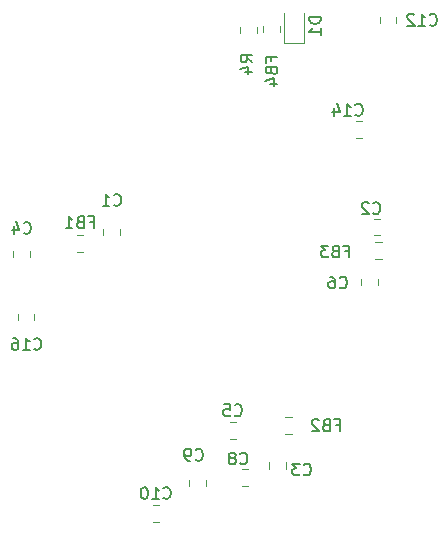
<source format=gbr>
G04 #@! TF.GenerationSoftware,KiCad,Pcbnew,(5.1.5)-3*
G04 #@! TF.CreationDate,2020-05-10T15:52:49-07:00*
G04 #@! TF.ProjectId,april_proj,61707269-6c5f-4707-926f-6a2e6b696361,rev?*
G04 #@! TF.SameCoordinates,Original*
G04 #@! TF.FileFunction,Legend,Bot*
G04 #@! TF.FilePolarity,Positive*
%FSLAX46Y46*%
G04 Gerber Fmt 4.6, Leading zero omitted, Abs format (unit mm)*
G04 Created by KiCad (PCBNEW (5.1.5)-3) date 2020-05-10 15:52:49*
%MOMM*%
%LPD*%
G04 APERTURE LIST*
%ADD10C,0.120000*%
%ADD11C,0.150000*%
G04 APERTURE END LIST*
D10*
X39790000Y-56608578D02*
X39790000Y-56091422D01*
X41210000Y-56608578D02*
X41210000Y-56091422D01*
X51758578Y-73685000D02*
X51241422Y-73685000D01*
X51758578Y-72265000D02*
X51241422Y-72265000D01*
X64025000Y-33200000D02*
X64025000Y-30650000D01*
X62325000Y-33200000D02*
X62325000Y-30650000D01*
X64025000Y-33200000D02*
X62325000Y-33200000D01*
X70440000Y-30978922D02*
X70440000Y-31496078D01*
X71860000Y-30978922D02*
X71860000Y-31496078D01*
X47040000Y-49446078D02*
X47040000Y-48928922D01*
X48460000Y-49446078D02*
X48460000Y-48928922D01*
X70496078Y-49460000D02*
X69978922Y-49460000D01*
X70496078Y-48040000D02*
X69978922Y-48040000D01*
X62478922Y-64840000D02*
X62996078Y-64840000D01*
X62478922Y-66260000D02*
X62996078Y-66260000D01*
X40810000Y-50791422D02*
X40810000Y-51308578D01*
X39390000Y-50791422D02*
X39390000Y-51308578D01*
X58270405Y-65246066D02*
X57753249Y-65246066D01*
X58270405Y-66666066D02*
X57753249Y-66666066D01*
X70310000Y-53141422D02*
X70310000Y-53658578D01*
X68890000Y-53141422D02*
X68890000Y-53658578D01*
X59282905Y-69240000D02*
X58765749Y-69240000D01*
X59282905Y-70660000D02*
X58765749Y-70660000D01*
X54315000Y-70696078D02*
X54315000Y-70178922D01*
X55735000Y-70696078D02*
X55735000Y-70178922D01*
X68983578Y-39800000D02*
X68466422Y-39800000D01*
X68983578Y-41220000D02*
X68466422Y-41220000D01*
X44828922Y-49415000D02*
X45346078Y-49415000D01*
X44828922Y-50835000D02*
X45346078Y-50835000D01*
X61115000Y-68678922D02*
X61115000Y-69196078D01*
X62535000Y-68678922D02*
X62535000Y-69196078D01*
X70608578Y-51460000D02*
X70091422Y-51460000D01*
X70608578Y-50040000D02*
X70091422Y-50040000D01*
X61985000Y-31728922D02*
X61985000Y-32246078D01*
X60565000Y-31728922D02*
X60565000Y-32246078D01*
X60035000Y-32311252D02*
X60035000Y-31788748D01*
X58615000Y-32311252D02*
X58615000Y-31788748D01*
D11*
X41192857Y-59057142D02*
X41240476Y-59104761D01*
X41383333Y-59152380D01*
X41478571Y-59152380D01*
X41621428Y-59104761D01*
X41716666Y-59009523D01*
X41764285Y-58914285D01*
X41811904Y-58723809D01*
X41811904Y-58580952D01*
X41764285Y-58390476D01*
X41716666Y-58295238D01*
X41621428Y-58200000D01*
X41478571Y-58152380D01*
X41383333Y-58152380D01*
X41240476Y-58200000D01*
X41192857Y-58247619D01*
X40240476Y-59152380D02*
X40811904Y-59152380D01*
X40526190Y-59152380D02*
X40526190Y-58152380D01*
X40621428Y-58295238D01*
X40716666Y-58390476D01*
X40811904Y-58438095D01*
X39383333Y-58152380D02*
X39573809Y-58152380D01*
X39669047Y-58200000D01*
X39716666Y-58247619D01*
X39811904Y-58390476D01*
X39859523Y-58580952D01*
X39859523Y-58961904D01*
X39811904Y-59057142D01*
X39764285Y-59104761D01*
X39669047Y-59152380D01*
X39478571Y-59152380D01*
X39383333Y-59104761D01*
X39335714Y-59057142D01*
X39288095Y-58961904D01*
X39288095Y-58723809D01*
X39335714Y-58628571D01*
X39383333Y-58580952D01*
X39478571Y-58533333D01*
X39669047Y-58533333D01*
X39764285Y-58580952D01*
X39811904Y-58628571D01*
X39859523Y-58723809D01*
X52142857Y-71682142D02*
X52190476Y-71729761D01*
X52333333Y-71777380D01*
X52428571Y-71777380D01*
X52571428Y-71729761D01*
X52666666Y-71634523D01*
X52714285Y-71539285D01*
X52761904Y-71348809D01*
X52761904Y-71205952D01*
X52714285Y-71015476D01*
X52666666Y-70920238D01*
X52571428Y-70825000D01*
X52428571Y-70777380D01*
X52333333Y-70777380D01*
X52190476Y-70825000D01*
X52142857Y-70872619D01*
X51190476Y-71777380D02*
X51761904Y-71777380D01*
X51476190Y-71777380D02*
X51476190Y-70777380D01*
X51571428Y-70920238D01*
X51666666Y-71015476D01*
X51761904Y-71063095D01*
X50571428Y-70777380D02*
X50476190Y-70777380D01*
X50380952Y-70825000D01*
X50333333Y-70872619D01*
X50285714Y-70967857D01*
X50238095Y-71158333D01*
X50238095Y-71396428D01*
X50285714Y-71586904D01*
X50333333Y-71682142D01*
X50380952Y-71729761D01*
X50476190Y-71777380D01*
X50571428Y-71777380D01*
X50666666Y-71729761D01*
X50714285Y-71682142D01*
X50761904Y-71586904D01*
X50809523Y-71396428D01*
X50809523Y-71158333D01*
X50761904Y-70967857D01*
X50714285Y-70872619D01*
X50666666Y-70825000D01*
X50571428Y-70777380D01*
X65477380Y-30961904D02*
X64477380Y-30961904D01*
X64477380Y-31200000D01*
X64525000Y-31342857D01*
X64620238Y-31438095D01*
X64715476Y-31485714D01*
X64905952Y-31533333D01*
X65048809Y-31533333D01*
X65239285Y-31485714D01*
X65334523Y-31438095D01*
X65429761Y-31342857D01*
X65477380Y-31200000D01*
X65477380Y-30961904D01*
X65477380Y-32485714D02*
X65477380Y-31914285D01*
X65477380Y-32200000D02*
X64477380Y-32200000D01*
X64620238Y-32104761D01*
X64715476Y-32009523D01*
X64763095Y-31914285D01*
X74692857Y-31607142D02*
X74740476Y-31654761D01*
X74883333Y-31702380D01*
X74978571Y-31702380D01*
X75121428Y-31654761D01*
X75216666Y-31559523D01*
X75264285Y-31464285D01*
X75311904Y-31273809D01*
X75311904Y-31130952D01*
X75264285Y-30940476D01*
X75216666Y-30845238D01*
X75121428Y-30750000D01*
X74978571Y-30702380D01*
X74883333Y-30702380D01*
X74740476Y-30750000D01*
X74692857Y-30797619D01*
X73740476Y-31702380D02*
X74311904Y-31702380D01*
X74026190Y-31702380D02*
X74026190Y-30702380D01*
X74121428Y-30845238D01*
X74216666Y-30940476D01*
X74311904Y-30988095D01*
X73359523Y-30797619D02*
X73311904Y-30750000D01*
X73216666Y-30702380D01*
X72978571Y-30702380D01*
X72883333Y-30750000D01*
X72835714Y-30797619D01*
X72788095Y-30892857D01*
X72788095Y-30988095D01*
X72835714Y-31130952D01*
X73407142Y-31702380D01*
X72788095Y-31702380D01*
X47941666Y-46857142D02*
X47989285Y-46904761D01*
X48132142Y-46952380D01*
X48227380Y-46952380D01*
X48370238Y-46904761D01*
X48465476Y-46809523D01*
X48513095Y-46714285D01*
X48560714Y-46523809D01*
X48560714Y-46380952D01*
X48513095Y-46190476D01*
X48465476Y-46095238D01*
X48370238Y-46000000D01*
X48227380Y-45952380D01*
X48132142Y-45952380D01*
X47989285Y-46000000D01*
X47941666Y-46047619D01*
X46989285Y-46952380D02*
X47560714Y-46952380D01*
X47275000Y-46952380D02*
X47275000Y-45952380D01*
X47370238Y-46095238D01*
X47465476Y-46190476D01*
X47560714Y-46238095D01*
X69891666Y-47557142D02*
X69939285Y-47604761D01*
X70082142Y-47652380D01*
X70177380Y-47652380D01*
X70320238Y-47604761D01*
X70415476Y-47509523D01*
X70463095Y-47414285D01*
X70510714Y-47223809D01*
X70510714Y-47080952D01*
X70463095Y-46890476D01*
X70415476Y-46795238D01*
X70320238Y-46700000D01*
X70177380Y-46652380D01*
X70082142Y-46652380D01*
X69939285Y-46700000D01*
X69891666Y-46747619D01*
X69510714Y-46747619D02*
X69463095Y-46700000D01*
X69367857Y-46652380D01*
X69129761Y-46652380D01*
X69034523Y-46700000D01*
X68986904Y-46747619D01*
X68939285Y-46842857D01*
X68939285Y-46938095D01*
X68986904Y-47080952D01*
X69558333Y-47652380D01*
X68939285Y-47652380D01*
X64016666Y-69682142D02*
X64064285Y-69729761D01*
X64207142Y-69777380D01*
X64302380Y-69777380D01*
X64445238Y-69729761D01*
X64540476Y-69634523D01*
X64588095Y-69539285D01*
X64635714Y-69348809D01*
X64635714Y-69205952D01*
X64588095Y-69015476D01*
X64540476Y-68920238D01*
X64445238Y-68825000D01*
X64302380Y-68777380D01*
X64207142Y-68777380D01*
X64064285Y-68825000D01*
X64016666Y-68872619D01*
X63683333Y-68777380D02*
X63064285Y-68777380D01*
X63397619Y-69158333D01*
X63254761Y-69158333D01*
X63159523Y-69205952D01*
X63111904Y-69253571D01*
X63064285Y-69348809D01*
X63064285Y-69586904D01*
X63111904Y-69682142D01*
X63159523Y-69729761D01*
X63254761Y-69777380D01*
X63540476Y-69777380D01*
X63635714Y-69729761D01*
X63683333Y-69682142D01*
X40316666Y-49232142D02*
X40364285Y-49279761D01*
X40507142Y-49327380D01*
X40602380Y-49327380D01*
X40745238Y-49279761D01*
X40840476Y-49184523D01*
X40888095Y-49089285D01*
X40935714Y-48898809D01*
X40935714Y-48755952D01*
X40888095Y-48565476D01*
X40840476Y-48470238D01*
X40745238Y-48375000D01*
X40602380Y-48327380D01*
X40507142Y-48327380D01*
X40364285Y-48375000D01*
X40316666Y-48422619D01*
X39459523Y-48660714D02*
X39459523Y-49327380D01*
X39697619Y-48279761D02*
X39935714Y-48994047D01*
X39316666Y-48994047D01*
X58178493Y-64663208D02*
X58226112Y-64710827D01*
X58368969Y-64758446D01*
X58464207Y-64758446D01*
X58607065Y-64710827D01*
X58702303Y-64615589D01*
X58749922Y-64520351D01*
X58797541Y-64329875D01*
X58797541Y-64187018D01*
X58749922Y-63996542D01*
X58702303Y-63901304D01*
X58607065Y-63806066D01*
X58464207Y-63758446D01*
X58368969Y-63758446D01*
X58226112Y-63806066D01*
X58178493Y-63853685D01*
X57273731Y-63758446D02*
X57749922Y-63758446D01*
X57797541Y-64234637D01*
X57749922Y-64187018D01*
X57654684Y-64139399D01*
X57416588Y-64139399D01*
X57321350Y-64187018D01*
X57273731Y-64234637D01*
X57226112Y-64329875D01*
X57226112Y-64567970D01*
X57273731Y-64663208D01*
X57321350Y-64710827D01*
X57416588Y-64758446D01*
X57654684Y-64758446D01*
X57749922Y-64710827D01*
X57797541Y-64663208D01*
X67066666Y-53857142D02*
X67114285Y-53904761D01*
X67257142Y-53952380D01*
X67352380Y-53952380D01*
X67495238Y-53904761D01*
X67590476Y-53809523D01*
X67638095Y-53714285D01*
X67685714Y-53523809D01*
X67685714Y-53380952D01*
X67638095Y-53190476D01*
X67590476Y-53095238D01*
X67495238Y-53000000D01*
X67352380Y-52952380D01*
X67257142Y-52952380D01*
X67114285Y-53000000D01*
X67066666Y-53047619D01*
X66209523Y-52952380D02*
X66400000Y-52952380D01*
X66495238Y-53000000D01*
X66542857Y-53047619D01*
X66638095Y-53190476D01*
X66685714Y-53380952D01*
X66685714Y-53761904D01*
X66638095Y-53857142D01*
X66590476Y-53904761D01*
X66495238Y-53952380D01*
X66304761Y-53952380D01*
X66209523Y-53904761D01*
X66161904Y-53857142D01*
X66114285Y-53761904D01*
X66114285Y-53523809D01*
X66161904Y-53428571D01*
X66209523Y-53380952D01*
X66304761Y-53333333D01*
X66495238Y-53333333D01*
X66590476Y-53380952D01*
X66638095Y-53428571D01*
X66685714Y-53523809D01*
X58641666Y-68757142D02*
X58689285Y-68804761D01*
X58832142Y-68852380D01*
X58927380Y-68852380D01*
X59070238Y-68804761D01*
X59165476Y-68709523D01*
X59213095Y-68614285D01*
X59260714Y-68423809D01*
X59260714Y-68280952D01*
X59213095Y-68090476D01*
X59165476Y-67995238D01*
X59070238Y-67900000D01*
X58927380Y-67852380D01*
X58832142Y-67852380D01*
X58689285Y-67900000D01*
X58641666Y-67947619D01*
X58070238Y-68280952D02*
X58165476Y-68233333D01*
X58213095Y-68185714D01*
X58260714Y-68090476D01*
X58260714Y-68042857D01*
X58213095Y-67947619D01*
X58165476Y-67900000D01*
X58070238Y-67852380D01*
X57879761Y-67852380D01*
X57784523Y-67900000D01*
X57736904Y-67947619D01*
X57689285Y-68042857D01*
X57689285Y-68090476D01*
X57736904Y-68185714D01*
X57784523Y-68233333D01*
X57879761Y-68280952D01*
X58070238Y-68280952D01*
X58165476Y-68328571D01*
X58213095Y-68376190D01*
X58260714Y-68471428D01*
X58260714Y-68661904D01*
X58213095Y-68757142D01*
X58165476Y-68804761D01*
X58070238Y-68852380D01*
X57879761Y-68852380D01*
X57784523Y-68804761D01*
X57736904Y-68757142D01*
X57689285Y-68661904D01*
X57689285Y-68471428D01*
X57736904Y-68376190D01*
X57784523Y-68328571D01*
X57879761Y-68280952D01*
X54866666Y-68432142D02*
X54914285Y-68479761D01*
X55057142Y-68527380D01*
X55152380Y-68527380D01*
X55295238Y-68479761D01*
X55390476Y-68384523D01*
X55438095Y-68289285D01*
X55485714Y-68098809D01*
X55485714Y-67955952D01*
X55438095Y-67765476D01*
X55390476Y-67670238D01*
X55295238Y-67575000D01*
X55152380Y-67527380D01*
X55057142Y-67527380D01*
X54914285Y-67575000D01*
X54866666Y-67622619D01*
X54390476Y-68527380D02*
X54200000Y-68527380D01*
X54104761Y-68479761D01*
X54057142Y-68432142D01*
X53961904Y-68289285D01*
X53914285Y-68098809D01*
X53914285Y-67717857D01*
X53961904Y-67622619D01*
X54009523Y-67575000D01*
X54104761Y-67527380D01*
X54295238Y-67527380D01*
X54390476Y-67575000D01*
X54438095Y-67622619D01*
X54485714Y-67717857D01*
X54485714Y-67955952D01*
X54438095Y-68051190D01*
X54390476Y-68098809D01*
X54295238Y-68146428D01*
X54104761Y-68146428D01*
X54009523Y-68098809D01*
X53961904Y-68051190D01*
X53914285Y-67955952D01*
X68392857Y-39232142D02*
X68440476Y-39279761D01*
X68583333Y-39327380D01*
X68678571Y-39327380D01*
X68821428Y-39279761D01*
X68916666Y-39184523D01*
X68964285Y-39089285D01*
X69011904Y-38898809D01*
X69011904Y-38755952D01*
X68964285Y-38565476D01*
X68916666Y-38470238D01*
X68821428Y-38375000D01*
X68678571Y-38327380D01*
X68583333Y-38327380D01*
X68440476Y-38375000D01*
X68392857Y-38422619D01*
X67440476Y-39327380D02*
X68011904Y-39327380D01*
X67726190Y-39327380D02*
X67726190Y-38327380D01*
X67821428Y-38470238D01*
X67916666Y-38565476D01*
X68011904Y-38613095D01*
X66583333Y-38660714D02*
X66583333Y-39327380D01*
X66821428Y-38279761D02*
X67059523Y-38994047D01*
X66440476Y-38994047D01*
X45920833Y-48303571D02*
X46254166Y-48303571D01*
X46254166Y-48827380D02*
X46254166Y-47827380D01*
X45777976Y-47827380D01*
X45063690Y-48303571D02*
X44920833Y-48351190D01*
X44873214Y-48398809D01*
X44825595Y-48494047D01*
X44825595Y-48636904D01*
X44873214Y-48732142D01*
X44920833Y-48779761D01*
X45016071Y-48827380D01*
X45397023Y-48827380D01*
X45397023Y-47827380D01*
X45063690Y-47827380D01*
X44968452Y-47875000D01*
X44920833Y-47922619D01*
X44873214Y-48017857D01*
X44873214Y-48113095D01*
X44920833Y-48208333D01*
X44968452Y-48255952D01*
X45063690Y-48303571D01*
X45397023Y-48303571D01*
X43873214Y-48827380D02*
X44444642Y-48827380D01*
X44158928Y-48827380D02*
X44158928Y-47827380D01*
X44254166Y-47970238D01*
X44349404Y-48065476D01*
X44444642Y-48113095D01*
X66758333Y-65503571D02*
X67091666Y-65503571D01*
X67091666Y-66027380D02*
X67091666Y-65027380D01*
X66615476Y-65027380D01*
X65901190Y-65503571D02*
X65758333Y-65551190D01*
X65710714Y-65598809D01*
X65663095Y-65694047D01*
X65663095Y-65836904D01*
X65710714Y-65932142D01*
X65758333Y-65979761D01*
X65853571Y-66027380D01*
X66234523Y-66027380D01*
X66234523Y-65027380D01*
X65901190Y-65027380D01*
X65805952Y-65075000D01*
X65758333Y-65122619D01*
X65710714Y-65217857D01*
X65710714Y-65313095D01*
X65758333Y-65408333D01*
X65805952Y-65455952D01*
X65901190Y-65503571D01*
X66234523Y-65503571D01*
X65282142Y-65122619D02*
X65234523Y-65075000D01*
X65139285Y-65027380D01*
X64901190Y-65027380D01*
X64805952Y-65075000D01*
X64758333Y-65122619D01*
X64710714Y-65217857D01*
X64710714Y-65313095D01*
X64758333Y-65455952D01*
X65329761Y-66027380D01*
X64710714Y-66027380D01*
X67533333Y-50803571D02*
X67866666Y-50803571D01*
X67866666Y-51327380D02*
X67866666Y-50327380D01*
X67390476Y-50327380D01*
X66676190Y-50803571D02*
X66533333Y-50851190D01*
X66485714Y-50898809D01*
X66438095Y-50994047D01*
X66438095Y-51136904D01*
X66485714Y-51232142D01*
X66533333Y-51279761D01*
X66628571Y-51327380D01*
X67009523Y-51327380D01*
X67009523Y-50327380D01*
X66676190Y-50327380D01*
X66580952Y-50375000D01*
X66533333Y-50422619D01*
X66485714Y-50517857D01*
X66485714Y-50613095D01*
X66533333Y-50708333D01*
X66580952Y-50755952D01*
X66676190Y-50803571D01*
X67009523Y-50803571D01*
X66104761Y-50327380D02*
X65485714Y-50327380D01*
X65819047Y-50708333D01*
X65676190Y-50708333D01*
X65580952Y-50755952D01*
X65533333Y-50803571D01*
X65485714Y-50898809D01*
X65485714Y-51136904D01*
X65533333Y-51232142D01*
X65580952Y-51279761D01*
X65676190Y-51327380D01*
X65961904Y-51327380D01*
X66057142Y-51279761D01*
X66104761Y-51232142D01*
X61278571Y-34691666D02*
X61278571Y-34358333D01*
X61802380Y-34358333D02*
X60802380Y-34358333D01*
X60802380Y-34834523D01*
X61278571Y-35548809D02*
X61326190Y-35691666D01*
X61373809Y-35739285D01*
X61469047Y-35786904D01*
X61611904Y-35786904D01*
X61707142Y-35739285D01*
X61754761Y-35691666D01*
X61802380Y-35596428D01*
X61802380Y-35215476D01*
X60802380Y-35215476D01*
X60802380Y-35548809D01*
X60850000Y-35644047D01*
X60897619Y-35691666D01*
X60992857Y-35739285D01*
X61088095Y-35739285D01*
X61183333Y-35691666D01*
X61230952Y-35644047D01*
X61278571Y-35548809D01*
X61278571Y-35215476D01*
X61135714Y-36644047D02*
X61802380Y-36644047D01*
X60754761Y-36405952D02*
X61469047Y-36167857D01*
X61469047Y-36786904D01*
X59677380Y-34783333D02*
X59201190Y-34450000D01*
X59677380Y-34211904D02*
X58677380Y-34211904D01*
X58677380Y-34592857D01*
X58725000Y-34688095D01*
X58772619Y-34735714D01*
X58867857Y-34783333D01*
X59010714Y-34783333D01*
X59105952Y-34735714D01*
X59153571Y-34688095D01*
X59201190Y-34592857D01*
X59201190Y-34211904D01*
X59010714Y-35640476D02*
X59677380Y-35640476D01*
X58629761Y-35402380D02*
X59344047Y-35164285D01*
X59344047Y-35783333D01*
M02*

</source>
